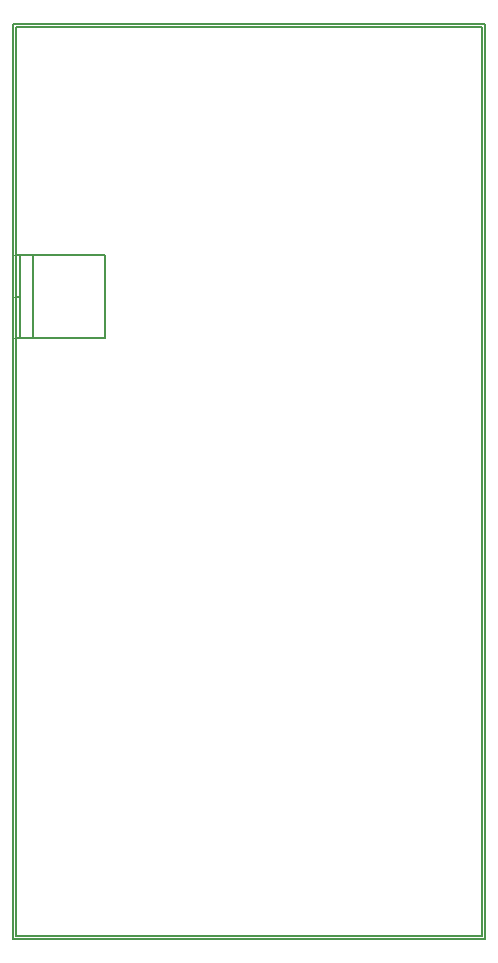
<source format=gto>
%TF.GenerationSoftware,KiCad,Pcbnew,4.0.6*%
%TF.CreationDate,2017-06-08T05:46:57+03:00*%
%TF.ProjectId,18650_pcb,31383635305F7063622E6B696361645F,rev?*%
%TF.FileFunction,Legend,Top*%
%FSLAX46Y46*%
G04 Gerber Fmt 4.6, Leading zero omitted, Abs format (unit mm)*
G04 Created by KiCad (PCBNEW 4.0.6) date 06/08/17 05:46:57*
%MOMM*%
%LPD*%
G01*
G04 APERTURE LIST*
%ADD10C,0.200000*%
%ADD11C,0.150000*%
G04 APERTURE END LIST*
D10*
D11*
X1671380Y-6591960D02*
X1671380Y-84091960D01*
X1671380Y-84091960D02*
X41671380Y-84091960D01*
X41671380Y-6591960D02*
X41671380Y-84091960D01*
X1671380Y-6591960D02*
X41671380Y-6591960D01*
X1921380Y-6841960D02*
X1921380Y-83841960D01*
X1921380Y-83841960D02*
X41421380Y-83841960D01*
X41421380Y-6841960D02*
X41421380Y-83841960D01*
X1921380Y-6841960D02*
X41421380Y-6841960D01*
X2250000Y-29700000D02*
X1850000Y-29700000D01*
X3350000Y-26200000D02*
X3350000Y-33200000D01*
X2250000Y-26200000D02*
X2250000Y-33200000D01*
X9450000Y-26200000D02*
X1850000Y-26200000D01*
X1850000Y-33200000D02*
X9450000Y-33200000D01*
X9450000Y-33200000D02*
X9450000Y-26200000D01*
M02*

</source>
